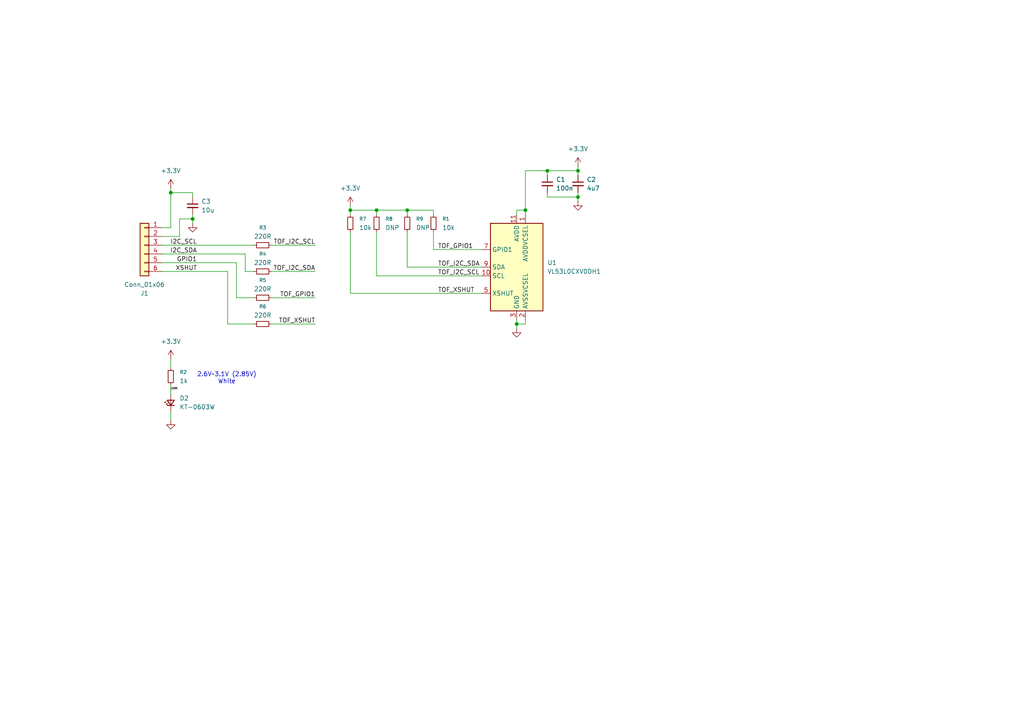
<source format=kicad_sch>
(kicad_sch (version 20250114) (generator "eeschema") (generator_version "9.0")
  (paper "A4")
  (lib_symbols
    (symbol "Connector_Generic:Conn_01x06" (pin_names (offset 1.016) (hide yes))
      (property "Reference" "J" (at 0 7.62 0))
      (property "Value" "Conn_01x06" (at 0 -10.16 0))
      (symbol "Conn_01x06_1_1"
        (rectangle (start -1.27 6.35) (end 1.27 -8.89) (stroke (width 0.254)) (fill (type background)))
        (rectangle (start -1.27 5.207) (end 0 4.953) (stroke (width 0.1524)))
        (rectangle (start -1.27 2.667) (end 0 2.413) (stroke (width 0.1524)))
        (rectangle (start -1.27 0.127) (end 0 -0.127) (stroke (width 0.1524)))
        (rectangle (start -1.27 -2.413) (end 0 -2.667) (stroke (width 0.1524)))
        (rectangle (start -1.27 -4.953) (end 0 -5.207) (stroke (width 0.1524)))
        (rectangle (start -1.27 -7.493) (end 0 -7.747) (stroke (width 0.1524)))
        (pin passive line (at -5.08 5.08 0) (length 3.81) (name "Pin_1") (number "1"))
        (pin passive line (at -5.08 2.54 0) (length 3.81) (name "Pin_2") (number "2"))
        (pin passive line (at -5.08 0 0) (length 3.81) (name "Pin_3") (number "3"))
        (pin passive line (at -5.08 -2.54 0) (length 3.81) (name "Pin_4") (number "4"))
        (pin passive line (at -5.08 -5.08 0) (length 3.81) (name "Pin_5") (number "5"))
        (pin passive line (at -5.08 -7.62 0) (length 3.81) (name "Pin_6") (number "6"))
      )
    )
    (symbol "Device:C_Small" (pin_numbers (hide yes)) (pin_names (offset 0.254) (hide yes))
      (property "Reference" "C" (at 0.254 1.778 0))
      (property "Value" "C_Small" (at 0.254 -2.032 0))
      (symbol "C_Small_0_1"
        (polyline (pts (xy -1.524 0.508) (xy 1.524 0.508)) (stroke (width 0.3048)))
        (polyline (pts (xy -1.524 -0.508) (xy 1.524 -0.508)) (stroke (width 0.3302)))
      )
      (symbol "C_Small_1_1"
        (pin passive line (at 0 2.54 270) (length 2.032) (name "~") (number "1"))
        (pin passive line (at 0 -2.54 90) (length 2.032) (name "~") (number "2"))
      )
    )
    (symbol "Device:LED_Small" (pin_numbers (hide yes)) (pin_names (offset 0.254) (hide yes))
      (property "Reference" "D" (at -1.27 3.175 0))
      (property "Value" "LED_Small" (at -4.445 -2.54 0))
      (symbol "LED_Small_0_1"
        (polyline (pts (xy -0.762 -1.016) (xy -0.762 1.016)) (stroke (width 0.254)))
        (polyline (pts (xy 0 0.762) (xy -0.508 1.27) (xy -0.254 1.27) (xy -0.508 1.27) (xy -0.508 1.016)))
        (polyline (pts (xy 0.508 1.27) (xy 0 1.778) (xy 0.254 1.778) (xy 0 1.778) (xy 0 1.524)))
        (polyline (pts (xy 0.762 -1.016) (xy -0.762 0) (xy 0.762 1.016) (xy 0.762 -1.016)) (stroke (width 0.254)))
        (polyline (pts (xy 1.016 0) (xy -0.762 0)))
      )
      (symbol "LED_Small_1_1"
        (pin passive line (at -2.54 0 0) (length 1.778) (name "K") (number "1"))
        (pin passive line (at 2.54 0 180) (length 1.778) (name "A") (number "2"))
      )
    )
    (symbol "Device:R_Small" (pin_numbers (hide yes)) (pin_names (offset 0.254) (hide yes))
      (property "Reference" "R" (at 0 0 90))
      (property "Value" "R_Small" (at 1.778 0 90))
      (symbol "R_Small_0_1"
        (rectangle (start -0.762 1.778) (end 0.762 -1.778) (stroke (width 0.2032)))
      )
      (symbol "R_Small_1_1"
        (pin passive line (at 0 2.54 270) (length 0.762) (name "~") (number "1"))
        (pin passive line (at 0 -2.54 90) (length 0.762) (name "~") (number "2"))
      )
    )
    (symbol "Sensor_Distance:VL53L0CXV0DH1"
      (property "Reference" "U" (at -6.35 13.97 0))
      (property "Value" "VL53L0CXV0DH1" (at 12.065 13.97 0))
      (symbol "VL53L0CXV0DH1_0_1"
        (rectangle (start -7.62 12.7) (end 7.62 -12.7) (stroke (width 0.254)) (fill (type background)))
      )
      (symbol "VL53L0CXV0DH1_1_1"
        (pin open_collector line (at -10.16 5.08 0) (length 2.54) (name "GPIO1") (number "7"))
        (pin bidirectional line (at -10.16 0 0) (length 2.54) (name "SDA") (number "9"))
        (pin input line (at -10.16 -2.54 0) (length 2.54) (name "SCL") (number "10"))
        (pin input line (at -10.16 -7.62 0) (length 2.54) (name "XSHUT") (number "5"))
        (pin no_connect line (at -7.62 7.62 0) (length 2.54) (hide yes) (name "DNC") (number "8"))
        (pin power_in line (at 0 15.24 270) (length 2.54) (name "AVDD") (number "11"))
        (pin passive line (at 0 -15.24 90) (length 2.54) (hide yes) (name "GND") (number "12"))
        (pin power_in line (at 0 -15.24 90) (length 2.54) (name "GND") (number "3"))
        (pin passive line (at 0 -15.24 90) (length 2.54) (hide yes) (name "GND") (number "4"))
        (pin passive line (at 0 -15.24 90) (length 2.54) (hide yes) (name "GND") (number "6"))
        (pin power_in line (at 2.54 15.24 270) (length 2.54) (name "AVDDVCSEL") (number "1"))
        (pin power_in line (at 2.54 -15.24 90) (length 2.54) (name "AVSSVCSEL") (number "2"))
      )
    )
    (symbol "power:+3.3V" (power) (pin_numbers (hide yes)) (pin_names (offset 0) (hide yes))
      (property "Value" "+3.3V" (at 0 3.556 0))
      (symbol "+3.3V_0_1"
        (polyline (pts (xy -0.762 1.27) (xy 0 2.54)))
        (polyline (pts (xy 0 2.54) (xy 0.762 1.27)))
        (polyline (pts (xy 0 0) (xy 0 2.54)))
      )
      (symbol "+3.3V_1_1"
        (pin power_in line (at 0 0 90) (length 0) (name "~") (number "1"))
      )
    )
    (symbol "power:GND" (power) (pin_numbers (hide yes)) (pin_names (offset 0) (hide yes))
      (property "Value" "GND" (at 0 -3.81 0))
      (symbol "GND_0_1"
        (polyline (pts (xy 0 0) (xy 0 -1.27) (xy 1.27 -1.27) (xy 0 -2.54) (xy -1.27 -1.27) (xy 0 -1.27)))
      )
      (symbol "GND_1_1"
        (pin power_in line (at 0 0 270) (length 0) (name "~") (number "1"))
      )
    )
  )
  (text "2.6V~3.1V (2.85V)\nWhite" (at 65.786 109.728 0) (effects (font (size 1.27 1.27))))
  (junction (at 49.53 55.88))
  (junction (at 149.86 93.98))
  (junction (at 167.64 57.15))
  (junction (at 109.22 60.96))
  (junction (at 55.88 63.5))
  (junction (at 101.6 60.96))
  (junction (at 167.64 49.53))
  (junction (at 152.4 60.96))
  (junction (at 118.11 60.96))
  (junction (at 158.75 49.53))
  (wire (pts (xy 109.22 60.96) (xy 109.22 62.23)))
  (wire (pts (xy 149.86 93.98) (xy 152.4 93.98)))
  (wire (pts (xy 118.11 60.96) (xy 118.11 62.23)))
  (wire (pts (xy 46.99 73.66) (xy 71.12 73.66)))
  (wire (pts (xy 118.11 60.96) (xy 109.22 60.96)))
  (wire (pts (xy 101.6 85.09) (xy 101.6 67.31)))
  (wire (pts (xy 167.64 50.8) (xy 167.64 49.53)))
  (wire (pts (xy 49.53 66.04) (xy 46.99 66.04)))
  (wire (pts (xy 49.53 104.14) (xy 49.53 106.68)))
  (wire (pts (xy 109.22 60.96) (xy 101.6 60.96)))
  (wire (pts (xy 152.4 49.53) (xy 152.4 60.96)))
  (wire (pts (xy 49.53 119.38) (xy 49.53 121.92)))
  (wire (pts (xy 158.75 49.53) (xy 158.75 50.8)))
  (wire (pts (xy 55.88 63.5) (xy 55.88 64.77)))
  (wire (pts (xy 125.73 72.39) (xy 139.7 72.39)))
  (wire (pts (xy 152.4 93.98) (xy 152.4 92.71)))
  (wire (pts (xy 78.74 93.98) (xy 91.44 93.98)))
  (wire (pts (xy 149.86 92.71) (xy 149.86 93.98)))
  (wire (pts (xy 68.58 86.36) (xy 73.66 86.36)))
  (wire (pts (xy 71.12 78.74) (xy 73.66 78.74)))
  (wire (pts (xy 101.6 60.96) (xy 101.6 62.23)))
  (wire (pts (xy 167.64 57.15) (xy 158.75 57.15)))
  (wire (pts (xy 101.6 85.09) (xy 139.7 85.09)))
  (wire (pts (xy 49.53 111.76) (xy 49.53 114.3)))
  (wire (pts (xy 46.99 71.12) (xy 73.66 71.12)))
  (wire (pts (xy 167.64 57.15) (xy 167.64 58.42)))
  (wire (pts (xy 49.53 54.61) (xy 49.53 55.88)))
  (wire (pts (xy 46.99 76.2) (xy 68.58 76.2)))
  (wire (pts (xy 78.74 71.12) (xy 91.44 71.12)))
  (wire (pts (xy 66.04 78.74) (xy 66.04 93.98)))
  (wire (pts (xy 55.88 62.23) (xy 55.88 63.5)))
  (wire (pts (xy 118.11 77.47) (xy 118.11 67.31)))
  (wire (pts (xy 152.4 60.96) (xy 149.86 60.96)))
  (wire (pts (xy 52.07 63.5) (xy 52.07 68.58)))
  (wire (pts (xy 71.12 73.66) (xy 71.12 78.74)))
  (wire (pts (xy 46.99 78.74) (xy 66.04 78.74)))
  (wire (pts (xy 167.64 48.26) (xy 167.64 49.53)))
  (wire (pts (xy 78.74 78.74) (xy 91.44 78.74)))
  (wire (pts (xy 68.58 76.2) (xy 68.58 86.36)))
  (wire (pts (xy 149.86 93.98) (xy 149.86 95.25)))
  (wire (pts (xy 167.64 49.53) (xy 158.75 49.53)))
  (wire (pts (xy 125.73 60.96) (xy 118.11 60.96)))
  (wire (pts (xy 101.6 59.69) (xy 101.6 60.96)))
  (wire (pts (xy 152.4 60.96) (xy 152.4 62.23)))
  (wire (pts (xy 109.22 67.31) (xy 109.22 80.01)))
  (wire (pts (xy 158.75 49.53) (xy 152.4 49.53)))
  (wire (pts (xy 158.75 57.15) (xy 158.75 55.88)))
  (wire (pts (xy 125.73 67.31) (xy 125.73 72.39)))
  (wire (pts (xy 55.88 57.15) (xy 55.88 55.88)))
  (wire (pts (xy 49.53 55.88) (xy 55.88 55.88)))
  (wire (pts (xy 52.07 68.58) (xy 46.99 68.58)))
  (wire (pts (xy 66.04 93.98) (xy 73.66 93.98)))
  (wire (pts (xy 125.73 60.96) (xy 125.73 62.23)))
  (wire (pts (xy 149.86 60.96) (xy 149.86 62.23)))
  (wire (pts (xy 78.74 86.36) (xy 91.44 86.36)))
  (wire (pts (xy 55.88 63.5) (xy 52.07 63.5)))
  (wire (pts (xy 118.11 77.47) (xy 139.7 77.47)))
  (wire (pts (xy 109.22 80.01) (xy 139.7 80.01)))
  (wire (pts (xy 167.64 55.88) (xy 167.64 57.15)))
  (wire (pts (xy 49.53 55.88) (xy 49.53 66.04)))
  (label "GPIO1" (at 57.15 76.2 180))
  (label "XSHUT" (at 57.15 78.74 180))
  (label "TOF_I2C_SCL" (at 127 80.01 0))
  (label "TOF_XSHUT" (at 127 85.09 0))
  (label "TOF_I2C_SDA" (at 127 77.47 0))
  (label "LEDK" (at 49.53 113.03 0) (effects (font (size 0.508 0.508))))
  (label "TOF_XSHUT" (at 91.44 93.98 180))
  (label "TOF_GPIO1" (at 91.44 86.36 180))
  (label "TOF_I2C_SCL" (at 91.44 71.12 180))
  (label "TOF_GPIO1" (at 127 72.39 0))
  (label "TOF_I2C_SDA" (at 91.44 78.74 180))
  (label "I2C_SCL" (at 57.15 71.12 180))
  (label "I2C_SDA" (at 57.15 73.66 180))
  (symbol (lib_id "Device:R_Small") (at 101.6 64.77 0) (unit 1)
    (property "Reference" "R7" (at 104.14 63.4999 0) (effects (font (size 1.016 1.016)) (justify left)))
    (property "Value" "10k" (at 104.14 66.0399 0) (effects (justify left)))
    (property "Footprint" "Resistor_SMD:R_0402_1005Metric" (effects (hide yes)))
    (property "Description" "Resistor, small symbol" (effects (hide yes)))
    (property "JLCPCB" "C25744" (effects (hide yes)))
  )
  (symbol (lib_id "Device:C_Small") (at 55.88 59.69 0) (unit 1)
    (property "Reference" "C3" (at 58.42 58.4262 0) (effects (justify left)))
    (property "Value" "10u" (at 58.42 60.9662 0) (effects (justify left)))
    (property "Footprint" "Capacitor_SMD:C_0402_1005Metric" (effects (hide yes)))
    (property "Description" "Unpolarized capacitor, small symbol" (effects (hide yes)))
    (property "JLCPCB" "C15525" (effects (hide yes)))
  )
  (symbol (lib_id "power:+3.3V") (at 167.64 48.26 0) (unit 1)
    (property "Reference" "#PWR05" (effects (hide yes)))
    (property "Value" "+3.3V" (at 167.64 43.18 0))
    (property "Description" "Power symbol creates a global label with name \"+3.3V\"" (effects (hide yes)))
  )
  (symbol (lib_id "power:GND") (at 55.88 64.77 0) (unit 1)
    (property "Reference" "#PWR02" (effects (hide yes)))
    (property "Value" "GND" (effects (hide yes)))
    (property "Description" "Power symbol creates a global label with name \"GND\" , ground" (effects (hide yes)))
  )
  (symbol (lib_id "Device:R_Small") (at 49.53 109.22 0) (unit 1)
    (property "Reference" "R2" (at 52.07 107.9499 0) (effects (font (size 1.016 1.016)) (justify left)))
    (property "Value" "1k" (at 52.07 110.4899 0) (effects (justify left)))
    (property "Footprint" "Resistor_SMD:R_0402_1005Metric" (effects (hide yes)))
    (property "Description" "Resistor, small symbol" (effects (hide yes)))
    (property "JLCPCB" "C11702" (effects (hide yes)))
  )
  (symbol (lib_id "power:+3.3V") (at 101.6 59.69 0) (unit 1)
    (property "Reference" "#PWR07" (effects (hide yes)))
    (property "Value" "+3.3V" (at 101.6 54.61 0))
    (property "Description" "Power symbol creates a global label with name \"+3.3V\"" (effects (hide yes)))
  )
  (symbol (lib_id "Device:R_Small") (at 76.2 93.98 90) (unit 1)
    (property "Reference" "R6" (at 76.2 88.9 90) (effects (font (size 1.016 1.016))))
    (property "Value" "220R" (at 76.2 91.44 90))
    (property "Footprint" "Resistor_SMD:R_0402_1005Metric" (effects (hide yes)))
    (property "Description" "Resistor, small symbol" (effects (hide yes)))
    (property "JLCPCB" "C25091" (effects (hide yes)))
  )
  (symbol (lib_id "Device:R_Small") (at 125.73 64.77 0) (unit 1)
    (property "Reference" "R1" (at 128.27 63.4999 0) (effects (font (size 1.016 1.016)) (justify left)))
    (property "Value" "10k" (at 128.27 66.0399 0) (effects (justify left)))
    (property "Footprint" "Resistor_SMD:R_0402_1005Metric" (effects (hide yes)))
    (property "Description" "Resistor, small symbol" (effects (hide yes)))
    (property "JLCPCB" "C25744" (effects (hide yes)))
  )
  (symbol (lib_id "Device:R_Small") (at 76.2 86.36 90) (unit 1)
    (property "Reference" "R5" (at 76.2 81.28 90) (effects (font (size 1.016 1.016))))
    (property "Value" "220R" (at 76.2 83.82 90))
    (property "Footprint" "Resistor_SMD:R_0402_1005Metric" (effects (hide yes)))
    (property "Description" "Resistor, small symbol" (effects (hide yes)))
    (property "JLCPCB" "C25091" (effects (hide yes)))
  )
  (symbol (lib_id "power:GND") (at 49.53 121.92 0) (unit 1)
    (property "Reference" "#PWR08" (effects (hide yes)))
    (property "Value" "GND" (effects (hide yes)))
    (property "Description" "Power symbol creates a global label with name \"GND\" , ground" (effects (hide yes)))
  )
  (symbol (lib_id "Device:R_Small") (at 109.22 64.77 0) (unit 1)
    (property "Reference" "R8" (at 111.76 63.4999 0) (effects (font (size 1.016 1.016)) (justify left)))
    (property "Value" "DNP" (at 111.76 66.0399 0) (effects (justify left)))
    (property "Footprint" "Capacitor_SMD:C_0402_1005Metric_Pad0.74x0.62mm_HandSolder" (effects (hide yes)))
    (property "Description" "Resistor, small symbol" (effects (hide yes)))
  )
  (symbol (lib_id "Device:C_Small") (at 167.64 53.34 0) (unit 1)
    (property "Reference" "C2" (at 170.18 52.0762 0) (effects (justify left)))
    (property "Value" "4u7" (at 170.18 54.6162 0) (effects (justify left)))
    (property "Footprint" "Capacitor_SMD:C_0402_1005Metric" (effects (hide yes)))
    (property "Description" "Unpolarized capacitor, small symbol" (effects (hide yes)))
    (property "JLCPCB" "C23733" (effects (hide yes)))
  )
  (symbol (lib_id "Connector_Generic:Conn_01x06") (at 41.91 71.12 0) (mirror y) (unit 1)
    (property "Reference" "J1" (at 41.91 85.09 0))
    (property "Value" "Conn_01x06" (at 41.91 82.55 0))
    (property "Footprint" "Connector_PinHeader_2.54mm:PinHeader_1x06_P2.54mm_Vertical" (effects (hide yes)))
    (property "Description" "Generic connector, single row, 01x06, script generated (kicad-library-utils/schlib/autogen/connector/)" (effects (hide yes)))
  )
  (symbol (lib_id "Device:R_Small") (at 76.2 71.12 90) (unit 1)
    (property "Reference" "R3" (at 76.2 66.04 90) (effects (font (size 1.016 1.016))))
    (property "Value" "220R" (at 76.2 68.58 90))
    (property "Footprint" "Resistor_SMD:R_0402_1005Metric" (effects (hide yes)))
    (property "Description" "Resistor, small symbol" (effects (hide yes)))
    (property "JLCPCB" "C25091" (effects (hide yes)))
  )
  (symbol (lib_id "Device:C_Small") (at 158.75 53.34 0) (unit 1)
    (property "Reference" "C1" (at 161.29 52.0762 0) (effects (justify left)))
    (property "Value" "100n" (at 161.29 54.6162 0) (effects (justify left)))
    (property "Footprint" "Capacitor_SMD:C_0402_1005Metric" (effects (hide yes)))
    (property "Description" "Unpolarized capacitor, small symbol" (effects (hide yes)))
    (property "JLCPCB" "C1525" (effects (hide yes)))
  )
  (symbol (lib_id "Sensor_Distance:VL53L0CXV0DH1") (at 149.86 77.47 0) (unit 1)
    (property "Reference" "U1" (at 158.75 76.1999 0) (effects (justify left)))
    (property "Value" "VL53L0CXV0DH1" (at 158.75 78.7399 0) (effects (justify left)))
    (property "Footprint" "Sensor_Distance:ST_VL53L1x" (effects (hide yes)))
    (property "Datasheet" "https://www.st.com/resource/en/datasheet/vl53l0x.pdf" (effects (hide yes)))
    (property "Description" "2m distance ranging ToF sensor, Optical LGA12" (effects (hide yes)))
    (property "JLCPCB" "C91199" (effects (hide yes)))
  )
  (symbol (lib_id "Device:LED_Small") (at 49.53 116.84 90) (unit 1)
    (property "Reference" "D2" (at 52.07 115.5064 90) (effects (justify right)))
    (property "Value" "KT-0603W" (at 52.07 118.0464 90) (effects (justify right)))
    (property "Footprint" "LED_SMD:LED_0603_1608Metric" (effects (hide yes)))
    (property "Description" "Light emitting diode, small symbol" (effects (hide yes)))
    (property "Sim.Pin" "1=K 2=A" (effects (hide yes)))
    (property "JLCPCB" "C2290" (effects (hide yes)))
  )
  (symbol (lib_id "power:GND") (at 167.64 58.42 0) (unit 1)
    (property "Reference" "#PWR04" (effects (hide yes)))
    (property "Value" "GND" (effects (hide yes)))
    (property "Description" "Power symbol creates a global label with name \"GND\" , ground" (effects (hide yes)))
  )
  (symbol (lib_id "Device:R_Small") (at 118.11 64.77 0) (unit 1)
    (property "Reference" "R9" (at 120.65 63.4999 0) (effects (font (size 1.016 1.016)) (justify left)))
    (property "Value" "DNP" (at 120.65 66.0399 0) (effects (justify left)))
    (property "Footprint" "Capacitor_SMD:C_0402_1005Metric_Pad0.74x0.62mm_HandSolder" (effects (hide yes)))
    (property "Description" "Resistor, small symbol" (effects (hide yes)))
  )
  (symbol (lib_id "power:+3.3V") (at 49.53 54.61 0) (unit 1)
    (property "Reference" "#PWR01" (effects (hide yes)))
    (property "Value" "+3.3V" (at 49.53 49.53 0))
    (property "Description" "Power symbol creates a global label with name \"+3.3V\"" (effects (hide yes)))
  )
  (symbol (lib_id "power:+3.3V") (at 49.53 104.14 0) (unit 1)
    (property "Reference" "#PWR06" (effects (hide yes)))
    (property "Value" "+3.3V" (at 49.53 99.06 0))
    (property "Description" "Power symbol creates a global label with name \"+3.3V\"" (effects (hide yes)))
  )
  (symbol (lib_id "power:GND") (at 149.86 95.25 0) (unit 1)
    (property "Reference" "#PWR03" (effects (hide yes)))
    (property "Value" "GND" (effects (hide yes)))
    (property "Description" "Power symbol creates a global label with name \"GND\" , ground" (effects (hide yes)))
  )
  (symbol (lib_id "Device:R_Small") (at 76.2 78.74 90) (unit 1)
    (property "Reference" "R4" (at 76.2 73.66 90) (effects (font (size 1.016 1.016))))
    (property "Value" "220R" (at 76.2 76.2 90))
    (property "Footprint" "Resistor_SMD:R_0402_1005Metric" (effects (hide yes)))
    (property "Description" "Resistor, small symbol" (effects (hide yes)))
    (property "JLCPCB" "C25091" (effects (hide yes)))
  )
)
</source>
